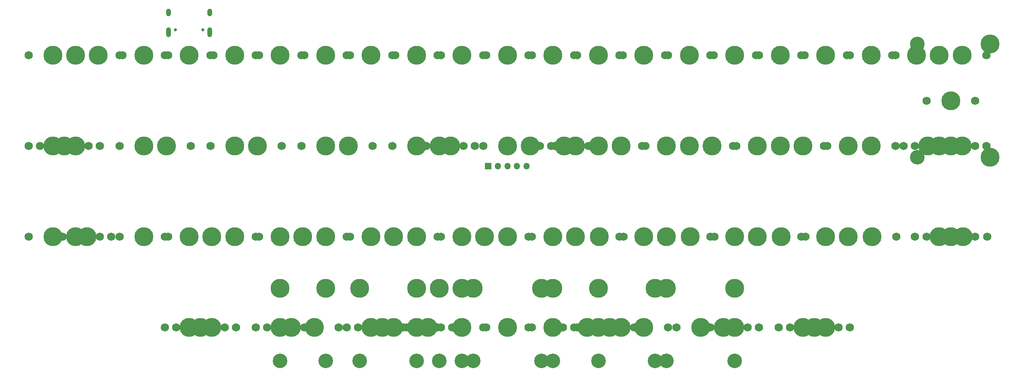
<source format=gbr>
%TF.GenerationSoftware,KiCad,Pcbnew,(7.0.0)*%
%TF.CreationDate,2023-12-19T23:31:53+01:00*%
%TF.ProjectId,universal vault v2,756e6976-6572-4736-916c-207661756c74,rev?*%
%TF.SameCoordinates,Original*%
%TF.FileFunction,Soldermask,Top*%
%TF.FilePolarity,Negative*%
%FSLAX46Y46*%
G04 Gerber Fmt 4.6, Leading zero omitted, Abs format (unit mm)*
G04 Created by KiCad (PCBNEW (7.0.0)) date 2023-12-19 23:31:53*
%MOMM*%
%LPD*%
G01*
G04 APERTURE LIST*
%ADD10C,1.750000*%
%ADD11C,3.987800*%
%ADD12C,3.048000*%
%ADD13R,1.350000X1.350000*%
%ADD14O,1.350000X1.350000*%
%ADD15C,0.650000*%
%ADD16O,1.000000X1.600000*%
%ADD17O,1.000000X2.100000*%
G04 APERTURE END LIST*
D10*
%TO.C,K_SPACE4*%
X61595000Y66675000D03*
D11*
X66675000Y66675000D03*
D10*
X71755000Y66675000D03*
%TD*%
%TO.C,K_SPACE68*%
X113982500Y47625000D03*
D11*
X119062500Y47625000D03*
D10*
X124142500Y47625000D03*
%TD*%
%TO.C,K_SPACE17*%
X99695000Y47625000D03*
D11*
X104775000Y47625000D03*
D10*
X109855000Y47625000D03*
%TD*%
D12*
%TO.C,S6*%
X95250000Y2540000D03*
D11*
X95250000Y17780000D03*
D12*
X57150000Y2540000D03*
D11*
X57150000Y17780000D03*
%TD*%
D10*
%TO.C,K_SPACE30*%
X128270000Y28575000D03*
D11*
X133350000Y28575000D03*
D10*
X138430000Y28575000D03*
%TD*%
%TO.C,K_SPACE118*%
X147320000Y9525000D03*
D11*
X152400000Y9525000D03*
D10*
X157480000Y9525000D03*
%TD*%
%TO.C,K_SPACE94*%
X94932500Y28575000D03*
D11*
X100012500Y28575000D03*
D10*
X105092500Y28575000D03*
%TD*%
%TO.C,K_SPACE73*%
X28257500Y47625000D03*
D11*
X33337500Y47625000D03*
D10*
X38417500Y47625000D03*
%TD*%
%TO.C,K_SPACE117*%
X52070000Y9525000D03*
D11*
X57150000Y9525000D03*
D10*
X62230000Y9525000D03*
%TD*%
%TO.C,K_SPACE107*%
X35401250Y9525000D03*
D11*
X40481250Y9525000D03*
D10*
X45561250Y9525000D03*
%TD*%
%TO.C,K_SPACE83*%
X23495000Y28575000D03*
D11*
X28575000Y28575000D03*
D10*
X33655000Y28575000D03*
%TD*%
D12*
%TO.C,S3*%
X135731250Y2540000D03*
D11*
X135731250Y17780000D03*
D12*
X111918750Y2540000D03*
D11*
X111918750Y17780000D03*
%TD*%
D10*
%TO.C,K_SPACE124*%
X73501250Y9525000D03*
D11*
X78581250Y9525000D03*
D10*
X83661250Y9525000D03*
%TD*%
%TO.C,K_SPACE28*%
X87788750Y47625000D03*
D11*
X92868750Y47625000D03*
D10*
X97948750Y47625000D03*
%TD*%
%TO.C,K_SPACE72*%
X190182500Y47625000D03*
D11*
X195262500Y47625000D03*
D10*
X200342500Y47625000D03*
%TD*%
%TO.C,K_SPACE95*%
X192563750Y57150000D03*
D11*
X197643750Y57150000D03*
D10*
X202723750Y57150000D03*
%TD*%
%TO.C,K_SPACE9*%
X156845000Y66675000D03*
D11*
X161925000Y66675000D03*
D10*
X167005000Y66675000D03*
%TD*%
%TO.C,K_SPACE21*%
X175895000Y47625000D03*
D11*
X180975000Y47625000D03*
D10*
X186055000Y47625000D03*
%TD*%
%TO.C,K_SPACE33*%
X190182500Y28575000D03*
D11*
X195262500Y28575000D03*
D10*
X200342500Y28575000D03*
%TD*%
%TO.C,K_SPACE55*%
X71120000Y66675000D03*
D11*
X76200000Y66675000D03*
D10*
X81280000Y66675000D03*
%TD*%
%TO.C,K_SPACE121*%
X121126250Y9525000D03*
D11*
X126206250Y9525000D03*
D10*
X131286250Y9525000D03*
%TD*%
D12*
%TO.C,S5*%
X138112500Y2540000D03*
D11*
X138112500Y17780000D03*
D12*
X114300000Y2540000D03*
D11*
X114300000Y17780000D03*
%TD*%
D10*
%TO.C,K_SPACE115*%
X116363750Y9525000D03*
D11*
X121443750Y9525000D03*
D10*
X126523750Y9525000D03*
%TD*%
%TO.C,K_SPACE15*%
X61595000Y47625000D03*
D11*
X66675000Y47625000D03*
D10*
X71755000Y47625000D03*
%TD*%
%TO.C,K_SPACE70*%
X152082500Y47625000D03*
D11*
X157162500Y47625000D03*
D10*
X162242500Y47625000D03*
%TD*%
%TO.C,K_SPACE38*%
X123507500Y9525000D03*
D11*
X128587500Y9525000D03*
D10*
X133667500Y9525000D03*
%TD*%
%TO.C,K_SPACE98*%
X152082500Y28575000D03*
D11*
X157162500Y28575000D03*
D10*
X162242500Y28575000D03*
%TD*%
%TO.C,K_SPACE78*%
X123507500Y47625000D03*
D11*
X128587500Y47625000D03*
D10*
X133667500Y47625000D03*
%TD*%
%TO.C,K_SPACE101*%
X192563750Y47625000D03*
D11*
X197643750Y47625000D03*
D10*
X202723750Y47625000D03*
%TD*%
%TO.C,K_SPACE10*%
X175895000Y66675000D03*
D11*
X180975000Y66675000D03*
D10*
X186055000Y66675000D03*
%TD*%
%TO.C,K_SPACE74*%
X47307500Y47625000D03*
D11*
X52387500Y47625000D03*
D10*
X57467500Y47625000D03*
%TD*%
%TO.C,K_SPACE99*%
X171132500Y28575000D03*
D11*
X176212500Y28575000D03*
D10*
X181292500Y28575000D03*
%TD*%
%TO.C,K_SPACE85*%
X61595000Y28575000D03*
D11*
X66675000Y28575000D03*
D10*
X71755000Y28575000D03*
%TD*%
%TO.C,K_SPACE110*%
X99695000Y9525000D03*
D11*
X104775000Y9525000D03*
D10*
X109855000Y9525000D03*
%TD*%
%TO.C,K_SPACE2*%
X23495000Y66675000D03*
D11*
X28575000Y66675000D03*
D10*
X33655000Y66675000D03*
%TD*%
%TO.C,K_SPACE92*%
X56832500Y28575000D03*
D11*
X61912500Y28575000D03*
D10*
X66992500Y28575000D03*
%TD*%
%TO.C,K_SPACE34*%
X111601250Y47625000D03*
D11*
X116681250Y47625000D03*
D10*
X121761250Y47625000D03*
%TD*%
%TO.C,K_SPACE14*%
X42545000Y47625000D03*
D11*
X47625000Y47625000D03*
D10*
X52705000Y47625000D03*
%TD*%
%TO.C,K_SPACE77*%
X104457500Y47625000D03*
D11*
X109537500Y47625000D03*
D10*
X114617500Y47625000D03*
%TD*%
%TO.C,K_SPACE32*%
X166370000Y28575000D03*
D11*
X171450000Y28575000D03*
D10*
X176530000Y28575000D03*
%TD*%
%TO.C,K_SPACE114*%
X83026250Y9525000D03*
D11*
X88106250Y9525000D03*
D10*
X93186250Y9525000D03*
%TD*%
%TO.C,K_SPACE67*%
X6826250Y47625000D03*
D11*
X11906250Y47625000D03*
D10*
X16986250Y47625000D03*
%TD*%
%TO.C,K_SPACE108*%
X140176250Y9525000D03*
D11*
X145256250Y9525000D03*
D10*
X150336250Y9525000D03*
%TD*%
%TO.C,K_SPACE37*%
X75882500Y9525000D03*
D11*
X80962500Y9525000D03*
D10*
X86042500Y9525000D03*
%TD*%
%TO.C,K_SPACE71*%
X171132500Y47625000D03*
D11*
X176212500Y47625000D03*
D10*
X181292500Y47625000D03*
%TD*%
%TO.C,K_SPACE88*%
X137961250Y28575000D03*
D11*
X143041250Y28575000D03*
D10*
X148121250Y28575000D03*
%TD*%
%TO.C,K_SPACE50*%
X11588750Y28575000D03*
D11*
X16668750Y28575000D03*
D10*
X21748750Y28575000D03*
%TD*%
%TO.C,K_SPACE57*%
X9207500Y47625000D03*
D11*
X14287500Y47625000D03*
D10*
X19367500Y47625000D03*
%TD*%
%TO.C,K_SPACE26*%
X71120000Y28575000D03*
D11*
X76200000Y28575000D03*
D10*
X81280000Y28575000D03*
%TD*%
%TO.C,K_SPACE90*%
X176061250Y28575000D03*
D11*
X181141250Y28575000D03*
D10*
X186221250Y28575000D03*
%TD*%
%TO.C,K_SPACE116*%
X128270000Y9525000D03*
D11*
X133350000Y9525000D03*
D10*
X138430000Y9525000D03*
%TD*%
%TO.C,K_SPACE93*%
X75882500Y28575000D03*
D11*
X80962500Y28575000D03*
D10*
X86042500Y28575000D03*
%TD*%
%TO.C,K_SPACE81*%
X187801250Y47625000D03*
D11*
X192881250Y47625000D03*
D10*
X197961250Y47625000D03*
%TD*%
%TO.C,K_SPACE128*%
X71120000Y9525000D03*
D11*
X76200000Y9525000D03*
D10*
X81280000Y9525000D03*
%TD*%
%TO.C,K_SPACE87*%
X118911250Y28575000D03*
D11*
X123991250Y28575000D03*
D10*
X129071250Y28575000D03*
%TD*%
%TO.C,K_SPACE123*%
X161607500Y9525000D03*
D11*
X166687500Y9525000D03*
D10*
X171767500Y9525000D03*
%TD*%
%TO.C,K_SPACE97*%
X133032500Y28575000D03*
D11*
X138112500Y28575000D03*
D10*
X143192500Y28575000D03*
%TD*%
D12*
%TO.C,S7*%
X152400000Y2540000D03*
D11*
X152400000Y17780000D03*
D12*
X114300000Y2540000D03*
D11*
X114300000Y17780000D03*
%TD*%
D10*
%TO.C,K_SPACE69*%
X133032500Y47625000D03*
D11*
X138112500Y47625000D03*
D10*
X143192500Y47625000D03*
%TD*%
%TO.C,K_SPACE56*%
X90170000Y66675000D03*
D11*
X95250000Y66675000D03*
D10*
X100330000Y66675000D03*
%TD*%
%TO.C,K_SPACE62*%
X195580000Y66675000D03*
D11*
X190500000Y66675000D03*
D10*
X185420000Y66675000D03*
%TD*%
%TO.C,K_SPACE109*%
X163988750Y9525000D03*
D11*
X169068750Y9525000D03*
D10*
X174148750Y9525000D03*
%TD*%
%TO.C,K_SPACE25*%
X52070000Y28575000D03*
D11*
X57150000Y28575000D03*
D10*
X62230000Y28575000D03*
%TD*%
%TO.C,K_SPACE63*%
X28257500Y47625000D03*
D11*
X33337500Y47625000D03*
D10*
X38417500Y47625000D03*
%TD*%
%TO.C,K_SPACE51*%
X37782500Y28575000D03*
D11*
X42862500Y28575000D03*
D10*
X47942500Y28575000D03*
%TD*%
%TO.C,K_SPACE60*%
X147320000Y66675000D03*
D11*
X152400000Y66675000D03*
D10*
X157480000Y66675000D03*
%TD*%
%TO.C,K_SPACE103*%
X19367500Y66675000D03*
D11*
X14287500Y66675000D03*
D10*
X9207500Y66675000D03*
%TD*%
%TO.C,K_SPACE102*%
X200342500Y66675000D03*
D11*
X195262500Y66675000D03*
D10*
X190182500Y66675000D03*
%TD*%
%TO.C,K_SPACE39*%
X71120000Y9525000D03*
D11*
X76200000Y9525000D03*
D10*
X81280000Y9525000D03*
%TD*%
%TO.C,K_SPACE8*%
X137795000Y66675000D03*
D11*
X142875000Y66675000D03*
D10*
X147955000Y66675000D03*
%TD*%
%TO.C,K_SPACE86*%
X80645000Y28575000D03*
D11*
X85725000Y28575000D03*
D10*
X90805000Y28575000D03*
%TD*%
%TO.C,K_SPACE100*%
X192563750Y28575000D03*
D11*
X197643750Y28575000D03*
D10*
X202723750Y28575000D03*
%TD*%
%TO.C,K_SPACE66*%
X85407500Y47625000D03*
D11*
X90487500Y47625000D03*
D10*
X95567500Y47625000D03*
%TD*%
%TO.C,K_SPACE79*%
X142557500Y47625000D03*
D11*
X147637500Y47625000D03*
D10*
X152717500Y47625000D03*
%TD*%
%TO.C,K_SPACE64*%
X47307500Y47625000D03*
D11*
X52387500Y47625000D03*
D10*
X57467500Y47625000D03*
%TD*%
%TO.C,K_SPACE20*%
X156845000Y47625000D03*
D11*
X161925000Y47625000D03*
D10*
X167005000Y47625000D03*
%TD*%
%TO.C,K_SPACE49*%
X99695000Y28575000D03*
D11*
X104775000Y28575000D03*
D10*
X109855000Y28575000D03*
%TD*%
%TO.C,K_SPACE59*%
X128270000Y66675000D03*
D11*
X133350000Y66675000D03*
D10*
X138430000Y66675000D03*
%TD*%
%TO.C,K_SPACE104*%
X6826250Y47625000D03*
D11*
X11906250Y47625000D03*
D10*
X16986250Y47625000D03*
%TD*%
%TO.C,K_SPACE84*%
X42545000Y28575000D03*
D11*
X47625000Y28575000D03*
D10*
X52705000Y28575000D03*
%TD*%
%TO.C,K_SPACE106*%
X59213750Y9525000D03*
D11*
X64293750Y9525000D03*
D10*
X69373750Y9525000D03*
%TD*%
D12*
%TO.C,S2*%
X97631250Y2540000D03*
D11*
X97631250Y17780000D03*
D12*
X73818750Y2540000D03*
D11*
X73818750Y17780000D03*
%TD*%
D10*
%TO.C,K_SPACE125*%
X118745000Y9525000D03*
D11*
X123825000Y9525000D03*
D10*
X128905000Y9525000D03*
%TD*%
%TO.C,K_SPACE11*%
X194945000Y66675000D03*
D11*
X200025000Y66675000D03*
D10*
X205105000Y66675000D03*
%TD*%
%TO.C,K_SPACE91*%
X195111250Y28575000D03*
D11*
X200191250Y28575000D03*
D10*
X205271250Y28575000D03*
%TD*%
%TO.C,K_SPACE122*%
X37782500Y9525000D03*
D11*
X42862500Y9525000D03*
D10*
X47942500Y9525000D03*
%TD*%
%TO.C,K_SPACE129*%
X128270000Y9525000D03*
D11*
X133350000Y9525000D03*
D10*
X138430000Y9525000D03*
%TD*%
%TO.C,K_SPACE113*%
X166370000Y9525000D03*
D11*
X171450000Y9525000D03*
D10*
X176530000Y9525000D03*
%TD*%
%TO.C,K_SPACE19*%
X137795000Y47625000D03*
D11*
X142875000Y47625000D03*
D10*
X147955000Y47625000D03*
%TD*%
%TO.C,K_SPACE23*%
X9207500Y28575000D03*
D11*
X14287500Y28575000D03*
D10*
X19367500Y28575000D03*
%TD*%
%TO.C,K_SPACE16*%
X80645000Y47625000D03*
D11*
X85725000Y47625000D03*
D10*
X90805000Y47625000D03*
%TD*%
%TO.C,K_SPACE105*%
X33020000Y9525000D03*
D11*
X38100000Y9525000D03*
D10*
X43180000Y9525000D03*
%TD*%
%TO.C,K_SPACE12*%
X4445000Y47625000D03*
D11*
X9525000Y47625000D03*
D10*
X14605000Y47625000D03*
%TD*%
%TO.C,K_SPACE22*%
X194945000Y47625000D03*
D11*
X200025000Y47625000D03*
D10*
X205105000Y47625000D03*
%TD*%
%TO.C,K_SPACE52*%
X24130000Y66675000D03*
D11*
X19050000Y66675000D03*
D10*
X13970000Y66675000D03*
%TD*%
%TO.C,K_SPACE65*%
X66357500Y47625000D03*
D11*
X71437500Y47625000D03*
D10*
X76517500Y47625000D03*
%TD*%
D12*
%TO.C,S9*%
X123825000Y2540000D03*
D11*
X123825000Y17780000D03*
D12*
X85725000Y2540000D03*
D11*
X85725000Y17780000D03*
%TD*%
D10*
%TO.C,K_SPACE53*%
X43180000Y66675000D03*
D11*
X38100000Y66675000D03*
D10*
X33020000Y66675000D03*
%TD*%
%TO.C,K_SPACE3*%
X42545000Y66675000D03*
D11*
X47625000Y66675000D03*
D10*
X52705000Y66675000D03*
%TD*%
D12*
%TO.C,S8*%
X152400000Y2540000D03*
D11*
X152400000Y17780000D03*
D12*
X57150000Y2540000D03*
D11*
X57150000Y17780000D03*
%TD*%
D10*
%TO.C,K_SPACE80*%
X161607500Y47625000D03*
D11*
X166687500Y47625000D03*
D10*
X171767500Y47625000D03*
%TD*%
%TO.C,K_SPACE7*%
X118745000Y66675000D03*
D11*
X123825000Y66675000D03*
D10*
X128905000Y66675000D03*
%TD*%
%TO.C,K_SPACE96*%
X113982500Y28575000D03*
D11*
X119062500Y28575000D03*
D10*
X124142500Y28575000D03*
%TD*%
%TO.C,K_SPACE6*%
X99695000Y66675000D03*
D11*
X104775000Y66675000D03*
D10*
X109855000Y66675000D03*
%TD*%
%TO.C,K_SPACE82*%
X4445000Y28575000D03*
D11*
X9525000Y28575000D03*
D10*
X14605000Y28575000D03*
%TD*%
%TO.C,K_SPACE111*%
X54451250Y9525000D03*
D11*
X59531250Y9525000D03*
D10*
X64611250Y9525000D03*
%TD*%
%TO.C,K_SPACE89*%
X157011250Y28575000D03*
D11*
X162091250Y28575000D03*
D10*
X167171250Y28575000D03*
%TD*%
%TO.C,K_SPACE29*%
X109220000Y28575000D03*
D11*
X114300000Y28575000D03*
D10*
X119380000Y28575000D03*
%TD*%
%TO.C,K_SPACE5*%
X80645000Y66675000D03*
D11*
X85725000Y66675000D03*
D10*
X90805000Y66675000D03*
%TD*%
%TO.C,K_SPACE120*%
X80645000Y9525000D03*
D11*
X85725000Y9525000D03*
D10*
X90805000Y9525000D03*
%TD*%
D12*
%TO.C,S4*%
X90487500Y2540000D03*
D11*
X90487500Y17780000D03*
D12*
X66675000Y2540000D03*
D11*
X66675000Y17780000D03*
%TD*%
D10*
%TO.C,K_SPACE58*%
X109220000Y66675000D03*
D11*
X114300000Y66675000D03*
D10*
X119380000Y66675000D03*
%TD*%
%TO.C,K_SPACE75*%
X66357500Y47625000D03*
D11*
X71437500Y47625000D03*
D10*
X76517500Y47625000D03*
%TD*%
%TO.C,K_SPACE27*%
X90170000Y28575000D03*
D11*
X95250000Y28575000D03*
D10*
X100330000Y28575000D03*
%TD*%
%TO.C,K_SPACE61*%
X166370000Y66675000D03*
D11*
X171450000Y66675000D03*
D10*
X176530000Y66675000D03*
%TD*%
%TO.C,K_SPACE24*%
X33020000Y28575000D03*
D11*
X38100000Y28575000D03*
D10*
X43180000Y28575000D03*
%TD*%
%TO.C,K_SPACE18*%
X118745000Y47625000D03*
D11*
X123825000Y47625000D03*
D10*
X128905000Y47625000D03*
%TD*%
%TO.C,K_SPACE76*%
X85407500Y47625000D03*
D11*
X90487500Y47625000D03*
D10*
X95567500Y47625000D03*
%TD*%
%TO.C,K_SPACE31*%
X147320000Y28575000D03*
D11*
X152400000Y28575000D03*
D10*
X157480000Y28575000D03*
%TD*%
%TO.C,K_SPACE1*%
X4445000Y66675000D03*
D11*
X9525000Y66675000D03*
D10*
X14605000Y66675000D03*
%TD*%
%TO.C,K_SPACE112*%
X144938750Y9525000D03*
D11*
X150018750Y9525000D03*
D10*
X155098750Y9525000D03*
%TD*%
D12*
%TO.C,S1*%
X190658750Y69056250D03*
X190658750Y45243750D03*
D11*
X205898750Y69056250D03*
X205898750Y45243750D03*
%TD*%
D10*
%TO.C,K_SPACE35*%
X90170000Y9525000D03*
D11*
X95250000Y9525000D03*
D10*
X100330000Y9525000D03*
%TD*%
%TO.C,K_SPACE54*%
X52070000Y66675000D03*
D11*
X57150000Y66675000D03*
D10*
X62230000Y66675000D03*
%TD*%
%TO.C,K_SPACE13*%
X23495000Y47625000D03*
D11*
X28575000Y47625000D03*
D10*
X33655000Y47625000D03*
%TD*%
%TO.C,K_SPACE36*%
X109220000Y9525000D03*
D11*
X114300000Y9525000D03*
D10*
X119380000Y9525000D03*
%TD*%
D13*
%TO.C,TP1*%
X100774999Y43396249D03*
D14*
X102774999Y43396249D03*
X104774999Y43396249D03*
X106774999Y43396249D03*
X108774999Y43396249D03*
%TD*%
D15*
%TO.C,J1*%
X35210000Y72012500D03*
X40990000Y72012500D03*
D16*
X33779999Y75662499D03*
D17*
X33779999Y71482499D03*
D16*
X42419999Y75662499D03*
D17*
X42419999Y71482499D03*
%TD*%
M02*

</source>
